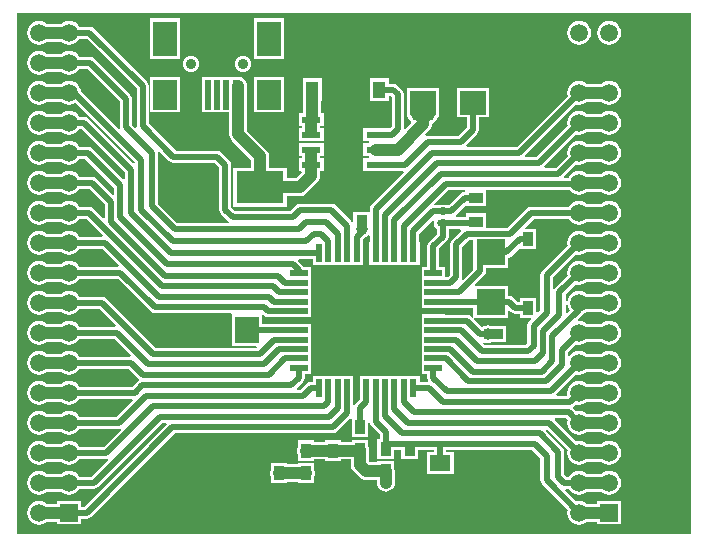
<source format=gtl>
G04 Layer_Physical_Order=1*
G04 Layer_Color=255*
%FSLAX25Y25*%
%MOIN*%
G70*
G01*
G75*
%ADD10R,0.01969X0.09843*%
%ADD11R,0.07874X0.09843*%
%ADD12R,0.07874X0.11811*%
%ADD13R,0.15748X0.11024*%
%ADD14R,0.06299X0.02362*%
%ADD15R,0.09488X0.23622*%
%ADD16R,0.08661X0.07874*%
%ADD17R,0.04331X0.05512*%
%ADD18R,0.09449X0.08661*%
%ADD19R,0.06890X0.05512*%
%ADD20R,0.05906X0.02165*%
%ADD21R,0.02165X0.05906*%
%ADD22R,0.03543X0.04724*%
%ADD23R,0.04724X0.03543*%
%ADD24R,0.07874X0.08661*%
%ADD25C,0.03937*%
%ADD26C,0.01969*%
%ADD27C,0.03543*%
%ADD28R,0.05906X0.05906*%
%ADD29C,0.05906*%
%ADD30O,0.03937X0.02362*%
%ADD31C,0.03937*%
G36*
X226154Y1405D02*
X1405D01*
Y175095D01*
X226154D01*
Y1405D01*
D02*
G37*
%LPC*%
G36*
X103016Y153240D02*
X96716D01*
Y145760D01*
X96888D01*
Y141665D01*
X95457D01*
Y137335D01*
X96612D01*
Y136665D01*
X95457D01*
Y132335D01*
X103724D01*
Y136665D01*
X102569D01*
Y137335D01*
X103724D01*
Y141665D01*
X102844D01*
Y145760D01*
X103016D01*
Y153240D01*
D02*
G37*
G36*
X55709Y153740D02*
X45866D01*
Y141929D01*
X55709D01*
Y153740D01*
D02*
G37*
G36*
X90354D02*
X80512D01*
Y141929D01*
X90354D01*
Y153740D01*
D02*
G37*
G36*
X100575Y25091D02*
X95063D01*
Y24722D01*
X91575D01*
Y25091D01*
X86063D01*
Y22807D01*
X85942Y22515D01*
X85841Y21744D01*
X85942Y20973D01*
X86063Y20682D01*
Y18398D01*
X91575D01*
Y18766D01*
X95063D01*
Y18398D01*
X100575D01*
Y20682D01*
X100696Y20973D01*
X100797Y21744D01*
X100696Y22515D01*
X100575Y22807D01*
Y25091D01*
D02*
G37*
G36*
X118575Y32866D02*
X113063D01*
Y32203D01*
X109575D01*
Y32571D01*
X104063D01*
Y32203D01*
X100575D01*
Y32571D01*
X95063D01*
Y30287D01*
X94942Y29995D01*
X94841Y29224D01*
X94942Y28454D01*
X95063Y28162D01*
Y25878D01*
X100575D01*
Y26246D01*
X104063D01*
Y25878D01*
X109575D01*
Y26246D01*
X112841D01*
Y24339D01*
X112942Y23568D01*
X113240Y22850D01*
X113713Y22233D01*
X115776Y20170D01*
X116393Y19696D01*
X117111Y19399D01*
X117497Y19348D01*
X117882Y19297D01*
X117882Y19297D01*
X121341D01*
Y18595D01*
X121442Y17824D01*
X121740Y17105D01*
X122213Y16489D01*
X122303Y16398D01*
X122303Y16398D01*
X122920Y15925D01*
X123639Y15627D01*
X124409Y15526D01*
X125180Y15627D01*
X125899Y15925D01*
X126515Y16398D01*
X126989Y17015D01*
X127286Y17733D01*
X127388Y18504D01*
X127297Y19192D01*
Y22276D01*
X127196Y23046D01*
X127075Y23338D01*
Y25622D01*
X121563D01*
Y25254D01*
X119115D01*
X118797Y25572D01*
Y29520D01*
X118696Y30290D01*
X118575Y30582D01*
Y32866D01*
D02*
G37*
G36*
X75197Y153766D02*
X75003Y153740D01*
X62992D01*
Y141929D01*
X72219D01*
Y134622D01*
X72320Y133851D01*
X72618Y133133D01*
X73091Y132516D01*
X79455Y126152D01*
Y123496D01*
X73575D01*
Y110504D01*
X91291D01*
Y114022D01*
X95819D01*
X96590Y114123D01*
X97308Y114421D01*
X97925Y114894D01*
X101697Y118666D01*
X101697Y118666D01*
X102170Y119282D01*
X102467Y120001D01*
X102569Y120772D01*
Y122335D01*
X103724D01*
Y126665D01*
X102569D01*
Y127335D01*
X103724D01*
Y131665D01*
X95457D01*
Y127335D01*
X96612D01*
Y126665D01*
X95457D01*
Y122335D01*
X96235D01*
X96442Y121835D01*
X94585Y119978D01*
X91291D01*
Y123496D01*
X85411D01*
Y127386D01*
X85310Y128157D01*
X85012Y128875D01*
X84539Y129492D01*
X78175Y135856D01*
Y150787D01*
X78074Y151558D01*
X77776Y152277D01*
X77303Y152893D01*
X76686Y153367D01*
X76378Y153494D01*
Y153740D01*
X75390D01*
X75197Y153766D01*
D02*
G37*
G36*
X90354Y173425D02*
X80512D01*
Y159646D01*
X90354D01*
Y173425D01*
D02*
G37*
G36*
X198819Y172471D02*
X197791Y172336D01*
X196833Y171939D01*
X196011Y171308D01*
X195380Y170485D01*
X194983Y169528D01*
X194848Y168500D01*
X194983Y167472D01*
X195380Y166515D01*
X196011Y165692D01*
X196833Y165061D01*
X197791Y164664D01*
X198819Y164529D01*
X199847Y164664D01*
X200804Y165061D01*
X201627Y165692D01*
X202258Y166515D01*
X202655Y167472D01*
X202790Y168500D01*
X202655Y169528D01*
X202258Y170485D01*
X201627Y171308D01*
X200804Y171939D01*
X199847Y172336D01*
X198819Y172471D01*
D02*
G37*
G36*
X188819D02*
X187791Y172336D01*
X186833Y171939D01*
X186011Y171308D01*
X185380Y170485D01*
X184983Y169528D01*
X184848Y168500D01*
X184983Y167472D01*
X185380Y166515D01*
X186011Y165692D01*
X186833Y165061D01*
X187791Y164664D01*
X188819Y164529D01*
X189847Y164664D01*
X190804Y165061D01*
X191627Y165692D01*
X192258Y166515D01*
X192655Y167472D01*
X192790Y168500D01*
X192655Y169528D01*
X192258Y170485D01*
X191627Y171308D01*
X190804Y171939D01*
X189847Y172336D01*
X188819Y172471D01*
D02*
G37*
G36*
X18819D02*
X17791Y172336D01*
X16833Y171939D01*
X16233Y171478D01*
X11405D01*
X10804Y171939D01*
X9847Y172336D01*
X8819Y172471D01*
X7791Y172336D01*
X6833Y171939D01*
X6011Y171308D01*
X5380Y170485D01*
X4983Y169528D01*
X4848Y168500D01*
X4983Y167472D01*
X5380Y166515D01*
X6011Y165692D01*
X6833Y165061D01*
X7791Y164664D01*
X8819Y164529D01*
X9847Y164664D01*
X10804Y165061D01*
X11405Y165522D01*
X16233D01*
X16833Y165061D01*
X17791Y164664D01*
X18819Y164529D01*
X19847Y164664D01*
X20804Y165061D01*
X21627Y165692D01*
X22241Y166493D01*
X24763D01*
X41300Y149956D01*
Y137402D01*
X41388Y136961D01*
X40927Y136715D01*
X39802Y137839D01*
Y146457D01*
X39650Y147225D01*
X39215Y147876D01*
X27171Y159919D01*
X26520Y160354D01*
X25752Y160507D01*
X22241D01*
X21627Y161308D01*
X20804Y161939D01*
X19847Y162336D01*
X18819Y162471D01*
X17791Y162336D01*
X16833Y161939D01*
X16233Y161478D01*
X11405D01*
X10804Y161939D01*
X9847Y162336D01*
X8819Y162471D01*
X7791Y162336D01*
X6833Y161939D01*
X6011Y161308D01*
X5380Y160485D01*
X4983Y159528D01*
X4848Y158500D01*
X4983Y157472D01*
X5380Y156515D01*
X6011Y155692D01*
X6833Y155061D01*
X7791Y154664D01*
X8819Y154529D01*
X9847Y154664D01*
X10804Y155061D01*
X11405Y155522D01*
X16233D01*
X16833Y155061D01*
X17791Y154664D01*
X18819Y154529D01*
X19847Y154664D01*
X20804Y155061D01*
X21627Y155692D01*
X22241Y156493D01*
X24921D01*
X35788Y145625D01*
Y137008D01*
X35876Y136567D01*
X35415Y136321D01*
X22722Y149014D01*
X22655Y149528D01*
X22258Y150486D01*
X21627Y151308D01*
X20804Y151939D01*
X19847Y152336D01*
X18819Y152471D01*
X17791Y152336D01*
X16833Y151939D01*
X16233Y151478D01*
X11405D01*
X10804Y151939D01*
X9847Y152336D01*
X8819Y152471D01*
X7791Y152336D01*
X6833Y151939D01*
X6011Y151308D01*
X5380Y150486D01*
X4983Y149528D01*
X4848Y148500D01*
X4983Y147472D01*
X5380Y146514D01*
X6011Y145692D01*
X6833Y145061D01*
X7791Y144664D01*
X8819Y144529D01*
X9847Y144664D01*
X10804Y145061D01*
X11405Y145522D01*
X16233D01*
X16833Y145061D01*
X17791Y144664D01*
X18819Y144529D01*
X19847Y144664D01*
X20804Y145061D01*
X20914Y145145D01*
X40753Y125306D01*
X40716Y125035D01*
X40186Y124857D01*
X25124Y139919D01*
X24473Y140354D01*
X23705Y140507D01*
X22241D01*
X21627Y141308D01*
X20804Y141939D01*
X19847Y142336D01*
X18819Y142471D01*
X17791Y142336D01*
X16833Y141939D01*
X16233Y141478D01*
X11405D01*
X10804Y141939D01*
X9847Y142336D01*
X8819Y142471D01*
X7791Y142336D01*
X6833Y141939D01*
X6011Y141308D01*
X5380Y140486D01*
X4983Y139528D01*
X4848Y138500D01*
X4983Y137472D01*
X5380Y136514D01*
X6011Y135692D01*
X6833Y135061D01*
X7791Y134664D01*
X8819Y134529D01*
X9847Y134664D01*
X10804Y135061D01*
X11405Y135522D01*
X16233D01*
X16833Y135061D01*
X17791Y134664D01*
X18819Y134529D01*
X19847Y134664D01*
X20804Y135061D01*
X21627Y135692D01*
X22241Y136493D01*
X22873D01*
X37363Y122003D01*
Y119726D01*
X36863Y119519D01*
X26463Y129919D01*
X25811Y130354D01*
X25043Y130507D01*
X22241D01*
X21627Y131308D01*
X20804Y131939D01*
X19847Y132336D01*
X18819Y132471D01*
X17791Y132336D01*
X16833Y131939D01*
X16233Y131478D01*
X11405D01*
X10804Y131939D01*
X9847Y132336D01*
X8819Y132471D01*
X7791Y132336D01*
X6833Y131939D01*
X6011Y131308D01*
X5380Y130485D01*
X4983Y129528D01*
X4848Y128500D01*
X4983Y127472D01*
X5380Y126514D01*
X6011Y125692D01*
X6833Y125061D01*
X7791Y124664D01*
X8819Y124529D01*
X9847Y124664D01*
X10804Y125061D01*
X11405Y125522D01*
X16233D01*
X16833Y125061D01*
X17791Y124664D01*
X18819Y124529D01*
X19847Y124664D01*
X20804Y125061D01*
X21627Y125692D01*
X22241Y126493D01*
X24212D01*
X33820Y116885D01*
Y114554D01*
X33358Y114363D01*
X27801Y119919D01*
X27150Y120354D01*
X26382Y120507D01*
X22241D01*
X21627Y121308D01*
X20804Y121939D01*
X19847Y122336D01*
X18819Y122471D01*
X17791Y122336D01*
X16833Y121939D01*
X16233Y121478D01*
X11405D01*
X10804Y121939D01*
X9847Y122336D01*
X8819Y122471D01*
X7791Y122336D01*
X6833Y121939D01*
X6011Y121308D01*
X5380Y120485D01*
X4983Y119528D01*
X4848Y118500D01*
X4983Y117472D01*
X5380Y116515D01*
X6011Y115692D01*
X6833Y115061D01*
X7791Y114664D01*
X8819Y114529D01*
X9847Y114664D01*
X10804Y115061D01*
X11405Y115522D01*
X16233D01*
X16833Y115061D01*
X17791Y114664D01*
X18819Y114529D01*
X19847Y114664D01*
X20804Y115061D01*
X21627Y115692D01*
X22241Y116493D01*
X25550D01*
X30670Y111373D01*
Y106680D01*
X30208Y106489D01*
X26777Y109919D01*
X26126Y110354D01*
X25358Y110507D01*
X22241D01*
X21627Y111308D01*
X20804Y111939D01*
X19847Y112336D01*
X18819Y112471D01*
X17791Y112336D01*
X16833Y111939D01*
X16233Y111478D01*
X11405D01*
X10804Y111939D01*
X9847Y112336D01*
X8819Y112471D01*
X7791Y112336D01*
X6833Y111939D01*
X6011Y111308D01*
X5380Y110485D01*
X4983Y109528D01*
X4848Y108500D01*
X4983Y107472D01*
X5380Y106515D01*
X6011Y105692D01*
X6833Y105061D01*
X7791Y104664D01*
X8819Y104529D01*
X9847Y104664D01*
X10804Y105061D01*
X11405Y105522D01*
X16233D01*
X16833Y105061D01*
X17791Y104664D01*
X18819Y104529D01*
X19847Y104664D01*
X20804Y105061D01*
X21627Y105692D01*
X22241Y106493D01*
X24527D01*
X30051Y100969D01*
X29860Y100507D01*
X22241D01*
X21627Y101308D01*
X20804Y101939D01*
X19847Y102336D01*
X18819Y102471D01*
X17791Y102336D01*
X16833Y101939D01*
X16233Y101478D01*
X11405D01*
X10804Y101939D01*
X9847Y102336D01*
X8819Y102471D01*
X7791Y102336D01*
X6833Y101939D01*
X6011Y101308D01*
X5380Y100486D01*
X4983Y99528D01*
X4848Y98500D01*
X4983Y97472D01*
X5380Y96514D01*
X6011Y95692D01*
X6833Y95061D01*
X7791Y94664D01*
X8819Y94529D01*
X9847Y94664D01*
X10804Y95061D01*
X11405Y95522D01*
X16233D01*
X16833Y95061D01*
X17791Y94664D01*
X18819Y94529D01*
X19847Y94664D01*
X20804Y95061D01*
X21627Y95692D01*
X22241Y96493D01*
X29803D01*
X35326Y90969D01*
X35135Y90507D01*
X22241D01*
X21627Y91308D01*
X20804Y91939D01*
X19847Y92336D01*
X18819Y92471D01*
X17791Y92336D01*
X16833Y91939D01*
X16233Y91478D01*
X11405D01*
X10804Y91939D01*
X9847Y92336D01*
X8819Y92471D01*
X7791Y92336D01*
X6833Y91939D01*
X6011Y91308D01*
X5380Y90486D01*
X4983Y89528D01*
X4848Y88500D01*
X4983Y87472D01*
X5380Y86515D01*
X6011Y85692D01*
X6833Y85061D01*
X7791Y84664D01*
X8819Y84529D01*
X9847Y84664D01*
X10804Y85061D01*
X11405Y85522D01*
X16233D01*
X16833Y85061D01*
X17791Y84664D01*
X18819Y84529D01*
X19847Y84664D01*
X20804Y85061D01*
X21627Y85692D01*
X22241Y86493D01*
X35078D01*
X45990Y75581D01*
X46641Y75146D01*
X47409Y74993D01*
X72771D01*
X73197Y74815D01*
X73197Y74493D01*
Y64185D01*
X81151D01*
X81401Y63685D01*
X81266Y63507D01*
X47599D01*
X31187Y79919D01*
X30536Y80354D01*
X29768Y80507D01*
X22241D01*
X21627Y81308D01*
X20804Y81939D01*
X19847Y82336D01*
X18819Y82471D01*
X17791Y82336D01*
X16833Y81939D01*
X16233Y81478D01*
X11405D01*
X10804Y81939D01*
X9847Y82336D01*
X8819Y82471D01*
X7791Y82336D01*
X6833Y81939D01*
X6011Y81308D01*
X5380Y80485D01*
X4983Y79528D01*
X4848Y78500D01*
X4983Y77472D01*
X5380Y76515D01*
X6011Y75692D01*
X6833Y75061D01*
X7791Y74664D01*
X8819Y74529D01*
X9847Y74664D01*
X10804Y75061D01*
X11405Y75522D01*
X16233D01*
X16833Y75061D01*
X17791Y74664D01*
X18819Y74529D01*
X19847Y74664D01*
X20804Y75061D01*
X21627Y75692D01*
X22241Y76493D01*
X28936D01*
X34422Y71007D01*
X34215Y70507D01*
X22241D01*
X21627Y71308D01*
X20804Y71939D01*
X19847Y72336D01*
X18819Y72471D01*
X17791Y72336D01*
X16833Y71939D01*
X16233Y71478D01*
X11405D01*
X10804Y71939D01*
X9847Y72336D01*
X8819Y72471D01*
X7791Y72336D01*
X6833Y71939D01*
X6011Y71308D01*
X5380Y70486D01*
X4983Y69528D01*
X4848Y68500D01*
X4983Y67472D01*
X5380Y66514D01*
X6011Y65692D01*
X6833Y65061D01*
X7791Y64664D01*
X8819Y64529D01*
X9847Y64664D01*
X10804Y65061D01*
X11405Y65522D01*
X16233D01*
X16833Y65061D01*
X17791Y64664D01*
X18819Y64529D01*
X19847Y64664D01*
X20804Y65061D01*
X21627Y65692D01*
X22241Y66493D01*
X33818D01*
X39304Y61007D01*
X39097Y60507D01*
X22241D01*
X21627Y61308D01*
X20804Y61939D01*
X19847Y62336D01*
X18819Y62471D01*
X17791Y62336D01*
X16833Y61939D01*
X16233Y61478D01*
X11405D01*
X10804Y61939D01*
X9847Y62336D01*
X8819Y62471D01*
X7791Y62336D01*
X6833Y61939D01*
X6011Y61308D01*
X5380Y60486D01*
X4983Y59528D01*
X4848Y58500D01*
X4983Y57472D01*
X5380Y56515D01*
X6011Y55692D01*
X6833Y55061D01*
X7791Y54664D01*
X8819Y54529D01*
X9847Y54664D01*
X10804Y55061D01*
X11405Y55522D01*
X16233D01*
X16833Y55061D01*
X17791Y54664D01*
X18819Y54529D01*
X19847Y54664D01*
X20804Y55061D01*
X21627Y55692D01*
X22241Y56493D01*
X38700D01*
X41986Y53207D01*
X42006Y52746D01*
X41955Y52585D01*
X41707Y52419D01*
X39795Y50507D01*
X22241D01*
X21627Y51308D01*
X20804Y51939D01*
X19847Y52336D01*
X18819Y52471D01*
X17791Y52336D01*
X16833Y51939D01*
X16233Y51478D01*
X11405D01*
X10804Y51939D01*
X9847Y52336D01*
X8819Y52471D01*
X7791Y52336D01*
X6833Y51939D01*
X6011Y51308D01*
X5380Y50485D01*
X4983Y49528D01*
X4848Y48500D01*
X4983Y47472D01*
X5380Y46514D01*
X6011Y45692D01*
X6833Y45061D01*
X7791Y44664D01*
X8819Y44529D01*
X9847Y44664D01*
X10804Y45061D01*
X11405Y45522D01*
X16233D01*
X16833Y45061D01*
X17791Y44664D01*
X18819Y44529D01*
X19847Y44664D01*
X20804Y45061D01*
X21627Y45692D01*
X22241Y46493D01*
X39852D01*
X40043Y46031D01*
X34519Y40507D01*
X22241D01*
X21627Y41308D01*
X20804Y41939D01*
X19847Y42336D01*
X18819Y42471D01*
X17791Y42336D01*
X16833Y41939D01*
X16233Y41478D01*
X11405D01*
X10804Y41939D01*
X9847Y42336D01*
X8819Y42471D01*
X7791Y42336D01*
X6833Y41939D01*
X6011Y41308D01*
X5380Y40486D01*
X4983Y39528D01*
X4848Y38500D01*
X4983Y37472D01*
X5380Y36514D01*
X6011Y35692D01*
X6833Y35061D01*
X7791Y34664D01*
X8819Y34529D01*
X9847Y34664D01*
X10804Y35061D01*
X11405Y35522D01*
X16233D01*
X16833Y35061D01*
X17791Y34664D01*
X18819Y34529D01*
X19847Y34664D01*
X20804Y35061D01*
X21627Y35692D01*
X22241Y36493D01*
X35350D01*
X35791Y36581D01*
X36037Y36120D01*
X30424Y30507D01*
X22241D01*
X21627Y31308D01*
X20804Y31939D01*
X19847Y32336D01*
X18819Y32471D01*
X17791Y32336D01*
X16833Y31939D01*
X16233Y31478D01*
X11405D01*
X10804Y31939D01*
X9847Y32336D01*
X8819Y32471D01*
X7791Y32336D01*
X6833Y31939D01*
X6011Y31308D01*
X5380Y30485D01*
X4983Y29528D01*
X4848Y28500D01*
X4983Y27472D01*
X5380Y26515D01*
X6011Y25692D01*
X6833Y25061D01*
X7791Y24664D01*
X8819Y24529D01*
X9847Y24664D01*
X10804Y25061D01*
X11405Y25522D01*
X16233D01*
X16833Y25061D01*
X17791Y24664D01*
X18819Y24529D01*
X19847Y24664D01*
X20804Y25061D01*
X21627Y25692D01*
X22241Y26493D01*
X31256D01*
X31696Y26581D01*
X31943Y26120D01*
X26330Y20507D01*
X22241D01*
X21627Y21308D01*
X20804Y21939D01*
X19847Y22336D01*
X18819Y22471D01*
X17791Y22336D01*
X16833Y21939D01*
X16233Y21478D01*
X11405D01*
X10804Y21939D01*
X9847Y22336D01*
X8819Y22471D01*
X7791Y22336D01*
X6833Y21939D01*
X6011Y21308D01*
X5380Y20485D01*
X4983Y19528D01*
X4848Y18500D01*
X4983Y17472D01*
X5380Y16514D01*
X6011Y15692D01*
X6833Y15061D01*
X7791Y14664D01*
X8819Y14529D01*
X9847Y14664D01*
X10804Y15061D01*
X11405Y15522D01*
X16233D01*
X16833Y15061D01*
X17791Y14664D01*
X18819Y14529D01*
X19847Y14664D01*
X20804Y15061D01*
X21627Y15692D01*
X22241Y16493D01*
X27161D01*
X27929Y16646D01*
X28581Y17081D01*
X49993Y38493D01*
X51089D01*
X51296Y37993D01*
X23810Y10507D01*
X22756D01*
Y12437D01*
X14882D01*
Y11478D01*
X11405D01*
X10804Y11939D01*
X9847Y12336D01*
X8819Y12471D01*
X7791Y12336D01*
X6833Y11939D01*
X6011Y11308D01*
X5380Y10486D01*
X4983Y9528D01*
X4848Y8500D01*
X4983Y7472D01*
X5380Y6515D01*
X6011Y5692D01*
X6833Y5061D01*
X7791Y4664D01*
X8819Y4529D01*
X9847Y4664D01*
X10804Y5061D01*
X11405Y5522D01*
X14882D01*
Y4563D01*
X22756D01*
Y6493D01*
X24642D01*
X25410Y6646D01*
X26061Y7081D01*
X53973Y34993D01*
X106819D01*
X107587Y35146D01*
X108238Y35581D01*
X112563Y39906D01*
X113063Y39699D01*
Y33654D01*
X118575D01*
Y38231D01*
X119075Y38280D01*
X119114Y38082D01*
X119549Y37431D01*
X122312Y34669D01*
Y33102D01*
X121563D01*
Y26410D01*
X127075D01*
Y29493D01*
X129563D01*
Y26378D01*
X135075D01*
Y29493D01*
X140532D01*
Y28740D01*
X138110D01*
Y21260D01*
X146968D01*
Y28740D01*
X144546D01*
Y29493D01*
X173180D01*
X175946Y26728D01*
Y19366D01*
X176099Y18598D01*
X176533Y17947D01*
X184980Y9501D01*
X184848Y8500D01*
X184983Y7472D01*
X185380Y6515D01*
X186011Y5692D01*
X186833Y5061D01*
X187791Y4664D01*
X188819Y4529D01*
X189847Y4664D01*
X190804Y5061D01*
X191405Y5522D01*
X194882D01*
Y4563D01*
X202756D01*
Y12437D01*
X194882D01*
Y11478D01*
X191405D01*
X190804Y11939D01*
X189847Y12336D01*
X188819Y12471D01*
X187818Y12339D01*
X184164Y15993D01*
X184371Y16493D01*
X185397D01*
X186011Y15692D01*
X186833Y15061D01*
X187791Y14664D01*
X188819Y14529D01*
X189847Y14664D01*
X190804Y15061D01*
X191405Y15522D01*
X196233D01*
X196833Y15061D01*
X197791Y14664D01*
X198819Y14529D01*
X199847Y14664D01*
X200804Y15061D01*
X201627Y15692D01*
X202258Y16514D01*
X202655Y17472D01*
X202790Y18500D01*
X202655Y19528D01*
X202258Y20485D01*
X201627Y21308D01*
X200804Y21939D01*
X199847Y22336D01*
X198819Y22471D01*
X197791Y22336D01*
X196833Y21939D01*
X196233Y21478D01*
X191405D01*
X190804Y21939D01*
X189847Y22336D01*
X188819Y22471D01*
X187791Y22336D01*
X186833Y21939D01*
X186011Y21308D01*
X185397Y20507D01*
X184694D01*
X183897Y21304D01*
Y28740D01*
X183744Y29508D01*
X183309Y30159D01*
X177700Y35769D01*
X177877Y36298D01*
X178145Y36336D01*
X184980Y29501D01*
X184848Y28500D01*
X184983Y27472D01*
X185380Y26515D01*
X186011Y25692D01*
X186833Y25061D01*
X187791Y24664D01*
X188819Y24529D01*
X189847Y24664D01*
X190804Y25061D01*
X191405Y25522D01*
X196233D01*
X196833Y25061D01*
X197791Y24664D01*
X198819Y24529D01*
X199847Y24664D01*
X200804Y25061D01*
X201627Y25692D01*
X202258Y26515D01*
X202655Y27472D01*
X202790Y28500D01*
X202655Y29528D01*
X202258Y30485D01*
X201627Y31308D01*
X200804Y31939D01*
X199847Y32336D01*
X198819Y32471D01*
X197791Y32336D01*
X196833Y31939D01*
X196233Y31478D01*
X191405D01*
X190804Y31939D01*
X189847Y32336D01*
X188819Y32471D01*
X187818Y32339D01*
X180664Y39493D01*
X180871Y39993D01*
X184488D01*
X184980Y39501D01*
X184848Y38500D01*
X184983Y37472D01*
X185380Y36514D01*
X186011Y35692D01*
X186833Y35061D01*
X187791Y34664D01*
X188819Y34529D01*
X189847Y34664D01*
X190804Y35061D01*
X191405Y35522D01*
X196233D01*
X196833Y35061D01*
X197791Y34664D01*
X198819Y34529D01*
X199847Y34664D01*
X200804Y35061D01*
X201627Y35692D01*
X202258Y36514D01*
X202655Y37472D01*
X202790Y38500D01*
X202655Y39528D01*
X202258Y40486D01*
X201627Y41308D01*
X200804Y41939D01*
X199847Y42336D01*
X198819Y42471D01*
X197791Y42336D01*
X196833Y41939D01*
X196233Y41478D01*
X191405D01*
X190804Y41939D01*
X189847Y42336D01*
X188819Y42471D01*
X187818Y42339D01*
X186902Y43255D01*
X186898Y43782D01*
X186943Y43884D01*
X187238Y44081D01*
X187818Y44661D01*
X188819Y44529D01*
X189847Y44664D01*
X190804Y45061D01*
X191405Y45522D01*
X196233D01*
X196833Y45061D01*
X197791Y44664D01*
X198819Y44529D01*
X199847Y44664D01*
X200804Y45061D01*
X201627Y45692D01*
X202258Y46514D01*
X202655Y47472D01*
X202790Y48500D01*
X202655Y49528D01*
X202258Y50485D01*
X201627Y51308D01*
X200804Y51939D01*
X199847Y52336D01*
X198819Y52471D01*
X197791Y52336D01*
X196833Y51939D01*
X196233Y51478D01*
X191405D01*
X190804Y51939D01*
X189847Y52336D01*
X188819Y52471D01*
X187791Y52336D01*
X186833Y51939D01*
X186011Y51308D01*
X185380Y50485D01*
X184983Y49528D01*
X184848Y48500D01*
X184929Y47883D01*
X184599Y47507D01*
X181371D01*
X181164Y48007D01*
X187818Y54661D01*
X188819Y54529D01*
X189847Y54664D01*
X190804Y55061D01*
X191405Y55522D01*
X196233D01*
X196833Y55061D01*
X197791Y54664D01*
X198819Y54529D01*
X199847Y54664D01*
X200804Y55061D01*
X201627Y55692D01*
X202258Y56515D01*
X202655Y57472D01*
X202790Y58500D01*
X202655Y59528D01*
X202258Y60486D01*
X201627Y61308D01*
X200804Y61939D01*
X199847Y62336D01*
X198819Y62471D01*
X197791Y62336D01*
X196833Y61939D01*
X196233Y61478D01*
X191405D01*
X190804Y61939D01*
X189847Y62336D01*
X188819Y62471D01*
X187791Y62336D01*
X186833Y61939D01*
X186011Y61308D01*
X185578Y60743D01*
X185078Y60913D01*
Y61921D01*
X187818Y64661D01*
X188819Y64529D01*
X189847Y64664D01*
X190804Y65061D01*
X191405Y65522D01*
X196233D01*
X196833Y65061D01*
X197791Y64664D01*
X198819Y64529D01*
X199847Y64664D01*
X200804Y65061D01*
X201627Y65692D01*
X202258Y66514D01*
X202655Y67472D01*
X202790Y68500D01*
X202655Y69528D01*
X202258Y70486D01*
X201627Y71308D01*
X200804Y71939D01*
X199847Y72336D01*
X198819Y72471D01*
X197791Y72336D01*
X196833Y71939D01*
X196233Y71478D01*
X191405D01*
X190804Y71939D01*
X189847Y72336D01*
X188819Y72471D01*
X188584Y72440D01*
X188350Y72914D01*
X190238Y74801D01*
X190261Y74836D01*
X190804Y75061D01*
X191405Y75522D01*
X196233D01*
X196833Y75061D01*
X197791Y74664D01*
X198819Y74529D01*
X199847Y74664D01*
X200804Y75061D01*
X201627Y75692D01*
X202258Y76515D01*
X202655Y77472D01*
X202790Y78500D01*
X202655Y79528D01*
X202258Y80485D01*
X201627Y81308D01*
X200804Y81939D01*
X199847Y82336D01*
X198819Y82471D01*
X197791Y82336D01*
X196833Y81939D01*
X196233Y81478D01*
X191405D01*
X190804Y81939D01*
X189847Y82336D01*
X188819Y82471D01*
X187791Y82336D01*
X186833Y81939D01*
X186011Y81308D01*
X185380Y80485D01*
X184983Y79528D01*
X184848Y78500D01*
X184983Y77472D01*
X185380Y76515D01*
X185768Y76008D01*
X184753Y74993D01*
X184291Y75184D01*
Y81133D01*
X187818Y84661D01*
X188819Y84529D01*
X189847Y84664D01*
X190804Y85061D01*
X191405Y85522D01*
X196233D01*
X196833Y85061D01*
X197791Y84664D01*
X198819Y84529D01*
X199847Y84664D01*
X200804Y85061D01*
X201627Y85692D01*
X202258Y86515D01*
X202655Y87472D01*
X202790Y88500D01*
X202655Y89528D01*
X202258Y90486D01*
X201627Y91308D01*
X200804Y91939D01*
X199847Y92336D01*
X198819Y92471D01*
X197791Y92336D01*
X196833Y91939D01*
X196233Y91478D01*
X191405D01*
X190804Y91939D01*
X189847Y92336D01*
X188819Y92471D01*
X187791Y92336D01*
X186833Y91939D01*
X186011Y91308D01*
X185380Y90486D01*
X184983Y89528D01*
X184848Y88500D01*
X184980Y87499D01*
X180864Y83384D01*
X180723Y83172D01*
X180043Y83050D01*
X179960Y83110D01*
Y86803D01*
X187818Y94661D01*
X188819Y94529D01*
X189847Y94664D01*
X190804Y95061D01*
X191405Y95522D01*
X196233D01*
X196833Y95061D01*
X197791Y94664D01*
X198819Y94529D01*
X199847Y94664D01*
X200804Y95061D01*
X201627Y95692D01*
X202258Y96514D01*
X202655Y97472D01*
X202790Y98500D01*
X202655Y99528D01*
X202258Y100486D01*
X201627Y101308D01*
X200804Y101939D01*
X199847Y102336D01*
X198819Y102471D01*
X197791Y102336D01*
X196833Y101939D01*
X196233Y101478D01*
X191405D01*
X190804Y101939D01*
X189847Y102336D01*
X188819Y102471D01*
X187791Y102336D01*
X186833Y101939D01*
X186011Y101308D01*
X185380Y100486D01*
X184983Y99528D01*
X184848Y98500D01*
X184980Y97499D01*
X176533Y89053D01*
X176099Y88402D01*
X175946Y87634D01*
Y76028D01*
X175037Y75119D01*
X174575Y75311D01*
Y80122D01*
X169063D01*
Y78783D01*
X168375D01*
X167006Y80151D01*
X166355Y80587D01*
X165587Y80739D01*
X165028D01*
Y84047D01*
X154358D01*
X154166Y84509D01*
X157238Y87581D01*
X157673Y88232D01*
X157826Y89000D01*
Y89953D01*
X165028D01*
Y93348D01*
X165355Y93413D01*
X166006Y93849D01*
X168690Y96532D01*
X169063Y96378D01*
Y96378D01*
X174575D01*
Y103071D01*
X170881D01*
X170690Y103533D01*
X173650Y106493D01*
X185397D01*
X186011Y105692D01*
X186833Y105061D01*
X187791Y104664D01*
X188819Y104529D01*
X189847Y104664D01*
X190804Y105061D01*
X191405Y105522D01*
X196233D01*
X196833Y105061D01*
X197791Y104664D01*
X198819Y104529D01*
X199847Y104664D01*
X200804Y105061D01*
X201627Y105692D01*
X202258Y106515D01*
X202655Y107472D01*
X202790Y108500D01*
X202655Y109528D01*
X202258Y110485D01*
X201627Y111308D01*
X200804Y111939D01*
X199847Y112336D01*
X198819Y112471D01*
X197791Y112336D01*
X196833Y111939D01*
X196233Y111478D01*
X191405D01*
X190804Y111939D01*
X189847Y112336D01*
X188819Y112471D01*
X187791Y112336D01*
X186833Y111939D01*
X186011Y111308D01*
X185397Y110507D01*
X172819D01*
X172051Y110354D01*
X171400Y109919D01*
X164988Y103507D01*
X157941D01*
Y108256D01*
X151248D01*
Y107007D01*
X147811D01*
X147659Y107507D01*
X147675Y107518D01*
X150775Y110618D01*
X151248Y110744D01*
Y110744D01*
X151248Y110744D01*
X157941D01*
Y115993D01*
X185780D01*
X186011Y115692D01*
X186833Y115061D01*
X187791Y114664D01*
X188819Y114529D01*
X189847Y114664D01*
X190804Y115061D01*
X191405Y115522D01*
X196233D01*
X196833Y115061D01*
X197791Y114664D01*
X198819Y114529D01*
X199847Y114664D01*
X200804Y115061D01*
X201627Y115692D01*
X202258Y116515D01*
X202655Y117472D01*
X202790Y118500D01*
X202655Y119528D01*
X202258Y120485D01*
X201627Y121308D01*
X200804Y121939D01*
X199847Y122336D01*
X198819Y122471D01*
X197791Y122336D01*
X196833Y121939D01*
X196233Y121478D01*
X191405D01*
X190804Y121939D01*
X189847Y122336D01*
X188819Y122471D01*
X187791Y122336D01*
X186833Y121939D01*
X186011Y121308D01*
X185380Y120485D01*
X185182Y120007D01*
X183871D01*
X183664Y120507D01*
X187818Y124661D01*
X188819Y124529D01*
X189847Y124664D01*
X190804Y125061D01*
X191405Y125522D01*
X196233D01*
X196833Y125061D01*
X197791Y124664D01*
X198819Y124529D01*
X199847Y124664D01*
X200804Y125061D01*
X201627Y125692D01*
X202258Y126514D01*
X202655Y127472D01*
X202790Y128500D01*
X202655Y129528D01*
X202258Y130485D01*
X201627Y131308D01*
X200804Y131939D01*
X199847Y132336D01*
X198819Y132471D01*
X197791Y132336D01*
X196833Y131939D01*
X196233Y131478D01*
X191405D01*
X190804Y131939D01*
X189847Y132336D01*
X188819Y132471D01*
X187791Y132336D01*
X186833Y131939D01*
X186011Y131308D01*
X185380Y130485D01*
X184983Y129528D01*
X184848Y128500D01*
X184980Y127499D01*
X180988Y123507D01*
X177372D01*
X177164Y124007D01*
X187818Y134661D01*
X188819Y134529D01*
X189847Y134664D01*
X190804Y135061D01*
X191405Y135522D01*
X196233D01*
X196833Y135061D01*
X197791Y134664D01*
X198819Y134529D01*
X199847Y134664D01*
X200804Y135061D01*
X201627Y135692D01*
X202258Y136514D01*
X202655Y137472D01*
X202790Y138500D01*
X202655Y139528D01*
X202258Y140486D01*
X201627Y141308D01*
X200804Y141939D01*
X199847Y142336D01*
X198819Y142471D01*
X197791Y142336D01*
X196833Y141939D01*
X196233Y141478D01*
X191405D01*
X190804Y141939D01*
X189847Y142336D01*
X188819Y142471D01*
X187791Y142336D01*
X186833Y141939D01*
X186011Y141308D01*
X185380Y140486D01*
X184983Y139528D01*
X184848Y138500D01*
X184980Y137499D01*
X174488Y127007D01*
X170871D01*
X170664Y127507D01*
X187818Y144661D01*
X188819Y144529D01*
X189847Y144664D01*
X190804Y145061D01*
X191405Y145522D01*
X196233D01*
X196833Y145061D01*
X197791Y144664D01*
X198819Y144529D01*
X199847Y144664D01*
X200804Y145061D01*
X201627Y145692D01*
X202258Y146514D01*
X202655Y147472D01*
X202790Y148500D01*
X202655Y149528D01*
X202258Y150486D01*
X201627Y151308D01*
X200804Y151939D01*
X199847Y152336D01*
X198819Y152471D01*
X197791Y152336D01*
X196833Y151939D01*
X196233Y151478D01*
X191405D01*
X190804Y151939D01*
X189847Y152336D01*
X188819Y152471D01*
X187791Y152336D01*
X186833Y151939D01*
X186011Y151308D01*
X185380Y150486D01*
X184983Y149528D01*
X184848Y148500D01*
X184980Y147499D01*
X167988Y130507D01*
X151372D01*
X151164Y131007D01*
X154738Y134581D01*
X155173Y135232D01*
X155326Y136000D01*
Y140279D01*
X158634D01*
Y150122D01*
X148004D01*
Y140279D01*
X151312D01*
Y136831D01*
X148488Y134007D01*
X138319D01*
X138064Y133956D01*
X137495Y134348D01*
X137478Y134447D01*
X138925Y135894D01*
X138925Y135894D01*
X139398Y136511D01*
X139696Y137229D01*
X139797Y138000D01*
X139797Y138000D01*
Y138209D01*
X140308Y138421D01*
X140925Y138894D01*
X141398Y139511D01*
X141696Y140229D01*
X141702Y140279D01*
X142134D01*
Y150122D01*
X131504D01*
Y140279D01*
X131936D01*
X131942Y140229D01*
X132240Y139511D01*
X132713Y138894D01*
X132858Y138783D01*
X132891Y138284D01*
X130768Y136161D01*
X130308Y136408D01*
X130326Y136500D01*
Y148000D01*
X130173Y148768D01*
X129738Y149419D01*
X128238Y150919D01*
X127587Y151354D01*
X126819Y151507D01*
X125421D01*
Y153240D01*
X119122D01*
Y145760D01*
X125421D01*
Y147493D01*
X125988D01*
X126312Y147169D01*
Y137331D01*
X125671Y136690D01*
X125181Y136665D01*
Y136665D01*
X116913D01*
Y132335D01*
X118679D01*
X118914Y131835D01*
X118773Y131665D01*
X116913D01*
Y127335D01*
X118773D01*
X118914Y127165D01*
X118679Y126665D01*
X116913D01*
Y122335D01*
X125181D01*
Y122493D01*
X130266D01*
X130473Y121993D01*
X119549Y111069D01*
X119114Y110418D01*
X118961Y109650D01*
Y108622D01*
X113563D01*
Y105586D01*
X113063Y105434D01*
X112939Y105620D01*
X107640Y110919D01*
X106989Y111354D01*
X106220Y111507D01*
X95819D01*
X95051Y111354D01*
X94400Y110919D01*
X92488Y109007D01*
X74146D01*
X72873Y110280D01*
Y124409D01*
X72720Y125178D01*
X72285Y125829D01*
X69529Y128585D01*
X68878Y129020D01*
X68110Y129172D01*
X54375D01*
X45314Y138233D01*
Y150787D01*
X45161Y151556D01*
X44726Y152207D01*
X27014Y169919D01*
X26363Y170354D01*
X25594Y170507D01*
X22241D01*
X21627Y171308D01*
X20804Y171939D01*
X19847Y172336D01*
X18819Y172471D01*
D02*
G37*
G36*
X59449Y160851D02*
X58729Y160756D01*
X58059Y160478D01*
X57483Y160036D01*
X57042Y159461D01*
X56764Y158790D01*
X56669Y158071D01*
X56764Y157351D01*
X57042Y156681D01*
X57483Y156105D01*
X58059Y155664D01*
X58729Y155386D01*
X59449Y155291D01*
X60168Y155386D01*
X60839Y155664D01*
X61414Y156105D01*
X61856Y156681D01*
X62134Y157351D01*
X62229Y158071D01*
X62134Y158790D01*
X61856Y159461D01*
X61414Y160036D01*
X60839Y160478D01*
X60168Y160756D01*
X59449Y160851D01*
D02*
G37*
G36*
X76772D02*
X76052Y160756D01*
X75382Y160478D01*
X74806Y160036D01*
X74364Y159461D01*
X74087Y158790D01*
X73992Y158071D01*
X74087Y157351D01*
X74364Y156681D01*
X74806Y156105D01*
X75382Y155664D01*
X76052Y155386D01*
X76772Y155291D01*
X77491Y155386D01*
X78162Y155664D01*
X78737Y156105D01*
X79179Y156681D01*
X79457Y157351D01*
X79551Y158071D01*
X79457Y158790D01*
X79179Y159461D01*
X78737Y160036D01*
X78162Y160478D01*
X77491Y160756D01*
X76772Y160851D01*
D02*
G37*
G36*
X55709Y173425D02*
X45866D01*
Y159646D01*
X55709D01*
Y173425D01*
D02*
G37*
%LPD*%
G36*
X166124Y75356D02*
X166775Y74921D01*
X167543Y74769D01*
X169063D01*
Y73429D01*
X172693D01*
X172885Y72967D01*
X172203Y72285D01*
X171768Y71634D01*
X171615Y70866D01*
Y65005D01*
X171117Y64507D01*
X157150D01*
X156741Y64916D01*
X157024Y65340D01*
X157548Y65123D01*
X158319Y65022D01*
X159090Y65123D01*
X159381Y65244D01*
X164441D01*
Y70756D01*
X159381D01*
X159090Y70877D01*
X158319Y70978D01*
X157548Y70877D01*
X156830Y70579D01*
X156404Y70253D01*
X153740Y72917D01*
X153947Y73417D01*
X165028D01*
Y75800D01*
X165489Y75991D01*
X166124Y75356D01*
D02*
G37*
G36*
X149473Y102493D02*
X146400Y99419D01*
X145965Y98768D01*
X145812Y98000D01*
Y87831D01*
X145086Y87106D01*
X144197D01*
Y90315D01*
X142267D01*
Y96610D01*
X144738Y99081D01*
X145173Y99732D01*
X145326Y100500D01*
Y102993D01*
X149266D01*
X149473Y102493D01*
D02*
G37*
G36*
X52124Y125746D02*
X52775Y125311D01*
X53543Y125158D01*
X67279D01*
X68859Y123578D01*
Y109449D01*
X69012Y108681D01*
X69447Y108030D01*
X71896Y105581D01*
X72006Y105507D01*
X71854Y105007D01*
X54918D01*
X48464Y111461D01*
Y128347D01*
X48376Y128787D01*
X48837Y129033D01*
X52124Y125746D01*
D02*
G37*
G36*
X150748Y115493D02*
X150051Y115354D01*
X149400Y114919D01*
X145425Y110944D01*
X145000D01*
X144951Y110977D01*
X144106Y111145D01*
X142532D01*
X141687Y110977D01*
X141638Y110944D01*
X140808D01*
X140601Y111444D01*
X145150Y115993D01*
X150699D01*
X150748Y115493D01*
D02*
G37*
G36*
X153610Y89953D02*
X153610D01*
X153485Y89505D01*
X150176Y86195D01*
X149715Y86441D01*
X149826Y87000D01*
Y97169D01*
X152150Y99493D01*
X153610D01*
Y89953D01*
D02*
G37*
G36*
X140438Y105573D02*
X140324Y105000D01*
X140492Y104155D01*
X140970Y103439D01*
X141312Y103211D01*
Y101331D01*
X138841Y98860D01*
X138406Y98209D01*
X138253Y97441D01*
Y90315D01*
X136323D01*
Y86181D01*
Y83031D01*
Y79882D01*
Y76732D01*
X144197D01*
Y76792D01*
X153610D01*
Y73754D01*
X153110Y73547D01*
X152738Y73919D01*
X152087Y74354D01*
X151319Y74507D01*
X144197D01*
Y74567D01*
X136323D01*
Y70433D01*
Y67283D01*
Y64134D01*
Y60984D01*
Y57835D01*
Y54685D01*
X138253D01*
Y53559D01*
X138406Y52791D01*
X138556Y52566D01*
X138288Y52066D01*
X135634D01*
Y53996D01*
X115752D01*
Y46271D01*
X114400Y44919D01*
X114027Y44361D01*
X113564Y44429D01*
X113527Y44444D01*
Y46122D01*
X113587D01*
Y53996D01*
X100004D01*
Y52066D01*
X99319D01*
X98551Y51913D01*
X97900Y51478D01*
X95929Y49507D01*
X94871D01*
X94664Y50007D01*
X96797Y52140D01*
X97232Y52791D01*
X97385Y53559D01*
Y54685D01*
X99315D01*
Y57835D01*
Y60984D01*
Y64134D01*
Y67283D01*
Y71417D01*
X91441D01*
Y71358D01*
X83039D01*
Y74234D01*
X83539Y74441D01*
X83750Y74230D01*
X84401Y73795D01*
X85169Y73642D01*
X91441D01*
Y73583D01*
X99315D01*
Y76732D01*
Y79882D01*
Y83031D01*
Y86181D01*
Y90315D01*
X97162D01*
X96797Y90860D01*
X95223Y92434D01*
X95431Y92934D01*
X100004D01*
Y91004D01*
X116736D01*
Y98878D01*
X116676D01*
Y99519D01*
X117415Y100258D01*
X117808Y100421D01*
X118425Y100894D01*
X118461Y100942D01*
X118961Y100772D01*
Y98878D01*
X118902D01*
Y91004D01*
X135634D01*
Y98878D01*
X135574D01*
Y101417D01*
X139977Y105820D01*
X140438Y105573D01*
D02*
G37*
D10*
X61811Y147835D02*
D03*
X64961D02*
D03*
X68110D02*
D03*
X71260D02*
D03*
X74410D02*
D03*
D11*
X50787D02*
D03*
X85433D02*
D03*
D12*
X50787Y166535D02*
D03*
X85433D02*
D03*
D13*
X82433Y117000D02*
D03*
X59205D02*
D03*
D14*
X121047Y124500D02*
D03*
Y129500D02*
D03*
Y134500D02*
D03*
Y139500D02*
D03*
X99591Y124500D02*
D03*
Y129500D02*
D03*
Y134500D02*
D03*
Y139500D02*
D03*
D15*
X110319Y132000D02*
D03*
D16*
X153319Y157799D02*
D03*
Y145201D02*
D03*
X136819Y157799D02*
D03*
Y145201D02*
D03*
D17*
X116366Y149500D02*
D03*
X122272D02*
D03*
X105772Y149500D02*
D03*
X99866D02*
D03*
D18*
X159319Y78732D02*
D03*
Y95268D02*
D03*
D19*
X142539Y25000D02*
D03*
X170098D02*
D03*
D20*
X95378Y88248D02*
D03*
Y85098D02*
D03*
Y81949D02*
D03*
Y78799D02*
D03*
Y75650D02*
D03*
Y72500D02*
D03*
Y69350D02*
D03*
Y66201D02*
D03*
Y63051D02*
D03*
Y59902D02*
D03*
Y56752D02*
D03*
X140260D02*
D03*
Y59902D02*
D03*
Y63051D02*
D03*
Y66201D02*
D03*
Y69350D02*
D03*
Y72500D02*
D03*
Y75650D02*
D03*
Y78799D02*
D03*
Y81949D02*
D03*
Y85098D02*
D03*
Y88248D02*
D03*
D21*
X102071Y50059D02*
D03*
X105220D02*
D03*
X108370D02*
D03*
X111520D02*
D03*
X114669D02*
D03*
X117819D02*
D03*
X120968D02*
D03*
X124118D02*
D03*
X127268D02*
D03*
X130417D02*
D03*
X133567D02*
D03*
Y94941D02*
D03*
X130417D02*
D03*
X127268D02*
D03*
X124118D02*
D03*
X120968D02*
D03*
X117819D02*
D03*
X114669D02*
D03*
X111520D02*
D03*
X108370D02*
D03*
X105220D02*
D03*
X102071D02*
D03*
D22*
X124319Y29756D02*
D03*
Y22276D02*
D03*
X132319Y22244D02*
D03*
Y29724D02*
D03*
X116319Y112756D02*
D03*
Y105276D02*
D03*
X106819Y21744D02*
D03*
Y29224D02*
D03*
X171819Y84256D02*
D03*
Y76776D02*
D03*
Y92244D02*
D03*
Y99724D02*
D03*
X115819Y37000D02*
D03*
Y29520D02*
D03*
X97819Y21744D02*
D03*
Y29224D02*
D03*
X88819D02*
D03*
Y21744D02*
D03*
D23*
X168575Y68000D02*
D03*
X161094D02*
D03*
X162075Y105500D02*
D03*
X154595D02*
D03*
X162075Y113500D02*
D03*
X154595D02*
D03*
D24*
X65520Y69500D02*
D03*
X78118D02*
D03*
D25*
X75197Y134622D02*
Y150787D01*
Y134622D02*
X82433Y127386D01*
X128319Y129500D02*
X136819Y138000D01*
X121047Y129500D02*
X128319D01*
X82433Y117000D02*
Y127386D01*
X99591Y120772D02*
Y124500D01*
X95819Y117000D02*
X99591Y120772D01*
X82433Y117000D02*
X95819D01*
X99866Y139776D02*
Y149500D01*
X99591Y135827D02*
Y139500D01*
Y124500D02*
Y128347D01*
X84319Y29224D02*
X88819D01*
Y21744D02*
X97819D01*
Y29224D02*
X106819D01*
X115524D01*
X117882Y22276D02*
X124319D01*
X188819Y148500D02*
X198819D01*
X188819Y138500D02*
X198819D01*
X188819Y128500D02*
X198819D01*
X188819Y118500D02*
X198819D01*
X188819Y108500D02*
X198819D01*
X188819Y8500D02*
X198819D01*
X188819Y18500D02*
X198819D01*
X188819Y28500D02*
X198819D01*
X188819Y38500D02*
X198819D01*
X188819Y48500D02*
X198819D01*
X188819Y58500D02*
X198819D01*
X188819Y68500D02*
X198819D01*
X188819Y98500D02*
X198819D01*
X188819Y88500D02*
X198819D01*
X188819Y78500D02*
X198819D01*
X8819Y168500D02*
X18819D01*
X8819Y158500D02*
X18819D01*
X8819Y148500D02*
X18819D01*
X8819Y138500D02*
X18819D01*
X8819Y128500D02*
X18819D01*
X8819Y118500D02*
X18819D01*
X8819Y108500D02*
X18819D01*
X8819Y98500D02*
X18819D01*
X8819Y88500D02*
X18819D01*
X8819Y78500D02*
X18819D01*
X8819Y68500D02*
X18819D01*
X8819Y58500D02*
X18819D01*
X8819Y48500D02*
X18819D01*
X8819Y38500D02*
X18819D01*
X8819Y28500D02*
X18819D01*
X8819Y18500D02*
X18819D01*
X8819Y8500D02*
X18819D01*
X115819Y24339D02*
Y29520D01*
Y24339D02*
X117882Y22276D01*
X124319Y18595D02*
Y22276D01*
Y18595D02*
X124409Y18504D01*
X80799Y29224D02*
X84319D01*
X75984Y24409D02*
X80799Y29224D01*
X75984Y19685D02*
Y24409D01*
Y19685D02*
X84252Y11417D01*
X138902D01*
X136819Y138000D02*
Y141000D01*
D26*
X145069Y154500D02*
Y157799D01*
Y160500D01*
X153319Y136000D02*
Y145201D01*
X149319Y132000D02*
X153319Y136000D01*
X138319Y132000D02*
X149319D01*
X130819Y124500D02*
X138319Y132000D01*
X121047Y124500D02*
X130819D01*
X151319Y101500D02*
X165819D01*
X147819Y98000D02*
X151319Y101500D01*
X147819Y87000D02*
Y98000D01*
X114669Y62850D02*
X117819Y66000D01*
X61197Y133858D02*
Y151575D01*
X111069Y149500D02*
X116366D01*
X105772D02*
X111069D01*
X121047Y134500D02*
X126319D01*
X128319Y136500D01*
Y148000D01*
X126819Y149500D02*
X128319Y148000D01*
X122272Y149500D02*
X126819D01*
X110047Y139500D02*
X121047D01*
X116366Y139547D02*
Y149500D01*
X93319Y107000D02*
X95819Y109500D01*
X106220D01*
X111520Y104201D01*
Y94941D02*
Y104201D01*
X95319Y103000D02*
X97819Y105500D01*
X104319D01*
X108370Y101449D01*
X97819Y99000D02*
X100319Y101500D01*
X102819D01*
X105220Y99098D01*
Y94941D02*
Y99098D01*
X93319Y91500D02*
X95378Y89441D01*
Y88248D02*
Y89441D01*
X88319Y87500D02*
X90720Y85098D01*
X86819Y84000D02*
X88870Y81949D01*
X85319Y80500D02*
X87020Y78799D01*
X83819Y77000D02*
X85169Y75650D01*
X43126Y51000D02*
X92819D01*
X44350Y47500D02*
X96760D01*
X99319Y50059D01*
X92819Y51000D02*
X95378Y53559D01*
Y56752D01*
X108370Y94941D02*
Y101449D01*
X116319Y112756D02*
Y116500D01*
X120968Y109650D02*
X139819Y128500D01*
X124118Y107799D02*
X141319Y125000D01*
X127268Y105949D02*
X142819Y121500D01*
X130417Y104098D02*
X144319Y118000D01*
X120968Y94941D02*
Y109650D01*
X124118Y94941D02*
Y107799D01*
X127268Y94941D02*
Y105949D01*
X130417Y94941D02*
Y104098D01*
X106819Y18000D02*
Y21744D01*
X78268Y69350D02*
X95378D01*
X85169Y75650D02*
X95378D01*
X87020Y78799D02*
X95378D01*
X88870Y81949D02*
X95378D01*
X90720Y85098D02*
X95378D01*
X82319Y61500D02*
X87020Y66201D01*
X95378D01*
X83819Y58000D02*
X88870Y63051D01*
X95378D01*
X85319Y54500D02*
X90720Y59902D01*
X95378D01*
X99319Y50059D02*
X102071D01*
X115524Y29224D02*
X115819Y29520D01*
X163819Y25000D02*
X170098D01*
X132319Y18000D02*
Y22244D01*
X124319Y31500D02*
X142319D01*
X142539Y31280D01*
Y25000D02*
Y31280D01*
X124319Y29756D02*
Y31500D01*
X120968Y38850D02*
X124319Y35500D01*
Y29756D02*
Y35500D01*
X115819Y37000D02*
Y43500D01*
X53142Y37000D02*
X106819D01*
X111520Y41701D01*
Y50059D01*
X49161Y40500D02*
X105319D01*
X108370Y43551D01*
Y50059D01*
X46756Y44000D02*
X103819D01*
X105220Y45402D01*
Y50059D01*
X115819Y43500D02*
X117819Y45500D01*
Y50059D01*
X120968Y38850D02*
Y50059D01*
X124118Y40701D02*
X129819Y35000D01*
X124118Y40701D02*
Y50059D01*
X127268Y43051D02*
X131819Y38500D01*
X127268Y43051D02*
Y50059D01*
X130417Y45402D02*
X133819Y42000D01*
X130417Y45402D02*
Y50059D01*
X138760D02*
X143319Y45500D01*
X133567Y50059D02*
X138760D01*
X114669Y100350D02*
X116319Y102000D01*
X114669Y94941D02*
Y100350D01*
X140260Y53559D02*
X144819Y49000D01*
X140260Y53559D02*
Y56752D01*
X140256Y108937D02*
X143319D01*
X133567Y102248D02*
X140256Y108937D01*
X133567Y94941D02*
Y102248D01*
X150819Y113500D02*
X154595D01*
X146256Y108937D02*
X150819Y113500D01*
X143319Y108937D02*
X146256D01*
X154095Y105000D02*
X154595Y105500D01*
X143319Y105000D02*
X154095D01*
X140260Y97441D02*
X143319Y100500D01*
Y105000D01*
X140260Y88248D02*
Y97441D01*
X169043Y99724D02*
X171819D01*
X164587Y95268D02*
X169043Y99724D01*
X159319Y95268D02*
X164587D01*
X167543Y76776D02*
X171819D01*
X165587Y78732D02*
X167543Y76776D01*
X159319Y78732D02*
X165587D01*
X145917Y85098D02*
X147819Y87000D01*
X140260Y85098D02*
X145917D01*
X155819Y89000D02*
Y96500D01*
X148768Y81949D02*
X155819Y89000D01*
X140260Y81949D02*
X148768D01*
X159252Y78799D02*
X159319Y78732D01*
X140260Y78799D02*
X159252D01*
X151319Y72500D02*
X155819Y68000D01*
X140260Y72500D02*
X151319D01*
X149469Y69350D02*
X156319Y62500D01*
X140260Y69350D02*
X149469D01*
X147618Y66201D02*
X154819Y59000D01*
X140260Y66201D02*
X147618D01*
X145768Y63051D02*
X153319Y55500D01*
X140260Y63051D02*
X145768D01*
X144417Y59902D02*
X151819Y52500D01*
X140260Y59902D02*
X144417D01*
X145069Y157799D02*
X153319D01*
X139819Y128500D02*
X168819D01*
X188819Y148500D01*
X141319Y125000D02*
X175319D01*
X188819Y138500D01*
X142819Y121500D02*
X181819D01*
X188819Y128500D01*
X144319Y118000D02*
X188319D01*
X188819Y118500D01*
X165819Y101500D02*
X172819Y108500D01*
X188819D01*
X183862Y18500D02*
X188819D01*
X131819Y38500D02*
X178819D01*
X188819Y28500D01*
X129819Y35000D02*
X175630D01*
X181890Y20472D02*
X183862Y18500D01*
X181890Y20472D02*
Y28740D01*
X175630Y35000D02*
X181890Y28740D01*
X177953Y19366D02*
X188819Y8500D01*
X142319Y31500D02*
X174012D01*
X177953Y27559D01*
Y19366D02*
Y27559D01*
X133819Y42000D02*
X185319D01*
X188819Y38500D01*
X143319Y45500D02*
X185819D01*
X188819Y48500D01*
X144819Y49000D02*
X179319D01*
X188819Y58500D01*
X151819Y52500D02*
X177697D01*
X183071Y57874D01*
Y62752D01*
X188819Y68500D01*
X153319Y55500D02*
X176366D01*
X179921Y59055D01*
X156319Y62500D02*
X171949D01*
X173622Y64173D01*
X188819Y76221D02*
Y78500D01*
X179921Y67323D02*
X188819Y76221D01*
X179921Y59055D02*
Y67323D01*
X173622Y64173D02*
Y70866D01*
X177953Y75197D01*
Y87634D01*
X188819Y98500D01*
X176772Y68898D02*
X182283Y74409D01*
Y81965D01*
X188819Y88500D01*
X154819Y59000D02*
X173961D01*
X176772Y61811D01*
Y68898D01*
X73315Y107000D02*
X93319D01*
X54087Y103000D02*
X95319D01*
X70866Y109449D02*
X73315Y107000D01*
X70866Y109449D02*
Y124409D01*
X68110Y127165D02*
X70866Y124409D01*
X53543Y127165D02*
X68110D01*
X43307Y137402D02*
X53543Y127165D01*
X46457Y110630D02*
X54087Y103000D01*
X42913Y109449D02*
X53362Y99000D01*
X97819D01*
X39370Y108268D02*
X52697Y94941D01*
X102071D01*
X18819Y118500D02*
X26382D01*
X32677Y112205D01*
X18819Y48500D02*
X40626D01*
X43126Y51000D01*
X18819Y38500D02*
X35350D01*
X44350Y47500D01*
X18819Y28500D02*
X31256D01*
X46756Y44000D01*
X18819Y18500D02*
X27161D01*
X49161Y40500D01*
X18819Y8500D02*
X24642D01*
X53142Y37000D01*
X18819Y128500D02*
X25043D01*
X35827Y117717D01*
X18819Y138500D02*
X23705D01*
X39370Y122835D01*
Y108268D02*
Y122835D01*
X18819Y158500D02*
X25752D01*
X18819Y168500D02*
X25594D01*
X43307Y150787D01*
Y137402D02*
Y150787D01*
X25752Y158500D02*
X37795Y146457D01*
X18819Y148500D02*
X20398D01*
X42913Y125984D01*
Y109449D02*
Y125984D01*
X37795Y137008D02*
Y146457D01*
Y137008D02*
X46457Y128347D01*
Y110630D02*
Y128347D01*
X18819Y88500D02*
X35909D01*
X47409Y77000D01*
X83819D01*
X18819Y98500D02*
X30634D01*
X48634Y80500D01*
X85319D01*
X18819Y108500D02*
X25358D01*
X49858Y84000D01*
X86819D01*
X32677Y105512D02*
Y112205D01*
Y105512D02*
X50689Y87500D01*
X88319D01*
X35827Y107087D02*
Y117717D01*
Y107087D02*
X51413Y91500D01*
X93319D01*
X18819Y58500D02*
X39531D01*
X43532Y54500D01*
X85319D01*
X18819Y68500D02*
X34650D01*
X45150Y58000D01*
X83819D01*
X18819Y78500D02*
X29768D01*
X46768Y61500D01*
X82319D01*
X95378Y72500D02*
X103319D01*
X117319D01*
X114098Y157799D02*
X136819D01*
X111069Y154770D02*
X114098Y157799D01*
X111069Y149500D02*
Y154770D01*
X136819Y157799D02*
X145069D01*
X170098Y17343D02*
Y25000D01*
X164173Y11417D02*
X170098Y17343D01*
X138902Y11417D02*
X164173D01*
X132319Y18000D02*
X138902Y11417D01*
X106819Y11543D02*
Y18000D01*
X155819Y68000D02*
X158319D01*
X161094D01*
X116319Y102000D02*
Y103000D01*
Y105276D01*
X110319Y115272D02*
X112835Y112756D01*
X116319D01*
X110319Y115272D02*
Y132000D01*
X117819Y66000D02*
Y87000D01*
Y94941D01*
X114669Y50059D02*
Y58000D01*
Y62850D01*
X117968Y75650D02*
X132819D01*
X140260D01*
X171819Y84256D02*
Y88250D01*
Y92244D01*
X162075Y105500D02*
Y109500D01*
Y113500D01*
D27*
X76772Y158071D02*
D03*
X59449D02*
D03*
D28*
X18819Y8500D02*
D03*
X198819D02*
D03*
D29*
X8819D02*
D03*
X18819Y18500D02*
D03*
X8819D02*
D03*
X18819Y28500D02*
D03*
X8819D02*
D03*
X18819Y38500D02*
D03*
X8819D02*
D03*
X18819Y48500D02*
D03*
X8819D02*
D03*
X18819Y58500D02*
D03*
X8819D02*
D03*
X18819Y68500D02*
D03*
X8819D02*
D03*
X18819Y78500D02*
D03*
X8819D02*
D03*
X18819Y88500D02*
D03*
X8819D02*
D03*
X18819Y98500D02*
D03*
X8819D02*
D03*
X18819Y108500D02*
D03*
X8819D02*
D03*
X18819Y118500D02*
D03*
X8819D02*
D03*
X18819Y128500D02*
D03*
X8819D02*
D03*
X18819Y138500D02*
D03*
X8819D02*
D03*
X18819Y148500D02*
D03*
X8819D02*
D03*
X18819Y158500D02*
D03*
X8819D02*
D03*
X18819Y168500D02*
D03*
X8819D02*
D03*
X188819Y8500D02*
D03*
X198819Y18500D02*
D03*
X188819D02*
D03*
X198819Y28500D02*
D03*
X188819D02*
D03*
X198819Y38500D02*
D03*
X188819D02*
D03*
X198819Y48500D02*
D03*
X188819D02*
D03*
X198819Y58500D02*
D03*
X188819D02*
D03*
X198819Y68500D02*
D03*
X188819D02*
D03*
X198819Y78500D02*
D03*
X188819D02*
D03*
X198819Y88500D02*
D03*
X188819D02*
D03*
X198819Y98500D02*
D03*
X188819D02*
D03*
X198819Y108500D02*
D03*
X188819D02*
D03*
X198819Y118500D02*
D03*
X188819D02*
D03*
X198819Y128500D02*
D03*
X188819D02*
D03*
X198819Y138500D02*
D03*
X188819D02*
D03*
X198819Y148500D02*
D03*
X188819D02*
D03*
X198819Y158500D02*
D03*
X188819D02*
D03*
X198819Y168500D02*
D03*
X188819D02*
D03*
D30*
X143319Y108937D02*
D03*
Y105000D02*
D03*
D31*
X50819Y112500D02*
D03*
Y116500D02*
D03*
Y120500D02*
D03*
X145069Y160500D02*
D03*
Y154500D02*
D03*
X138819Y141000D02*
D03*
X134819D02*
D03*
X103319Y72500D02*
D03*
X114669Y58000D02*
D03*
X132819Y75650D02*
D03*
X117819Y87000D02*
D03*
X112319Y132500D02*
D03*
X107819Y123500D02*
D03*
Y128000D02*
D03*
Y132500D02*
D03*
X112319Y137000D02*
D03*
X107819D02*
D03*
X112319Y141500D02*
D03*
X107819D02*
D03*
X111069Y149500D02*
D03*
X60819Y67000D02*
D03*
Y71500D02*
D03*
X116319Y103000D02*
D03*
X158319Y68000D02*
D03*
X116319Y116500D02*
D03*
X106819Y18000D02*
D03*
X84319Y29224D02*
D03*
X163819Y25000D02*
D03*
X132319Y18000D02*
D03*
X162075Y109500D02*
D03*
X168504Y69685D02*
D03*
X171819Y88250D02*
D03*
X61197Y133858D02*
D03*
X124409Y18504D02*
D03*
X112205Y127953D02*
D03*
Y123228D02*
D03*
M02*

</source>
